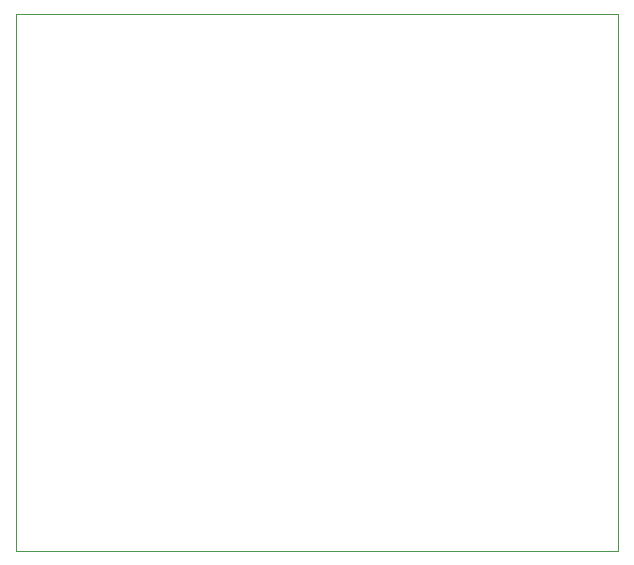
<source format=gbr>
%TF.GenerationSoftware,KiCad,Pcbnew,(6.0.7-1)-1*%
%TF.CreationDate,2022-11-12T09:43:50+01:00*%
%TF.ProjectId,transmitter,7472616e-736d-4697-9474-65722e6b6963,rev?*%
%TF.SameCoordinates,PX4b571c0PY82e44d0*%
%TF.FileFunction,Profile,NP*%
%FSLAX46Y46*%
G04 Gerber Fmt 4.6, Leading zero omitted, Abs format (unit mm)*
G04 Created by KiCad (PCBNEW (6.0.7-1)-1) date 2022-11-12 09:43:50*
%MOMM*%
%LPD*%
G01*
G04 APERTURE LIST*
%TA.AperFunction,Profile*%
%ADD10C,0.100000*%
%TD*%
G04 APERTURE END LIST*
D10*
X51000000Y0D02*
X0Y0D01*
X0Y0D02*
X0Y45450000D01*
X0Y45450000D02*
X51000000Y45450000D01*
X51000000Y45450000D02*
X51000000Y0D01*
M02*

</source>
